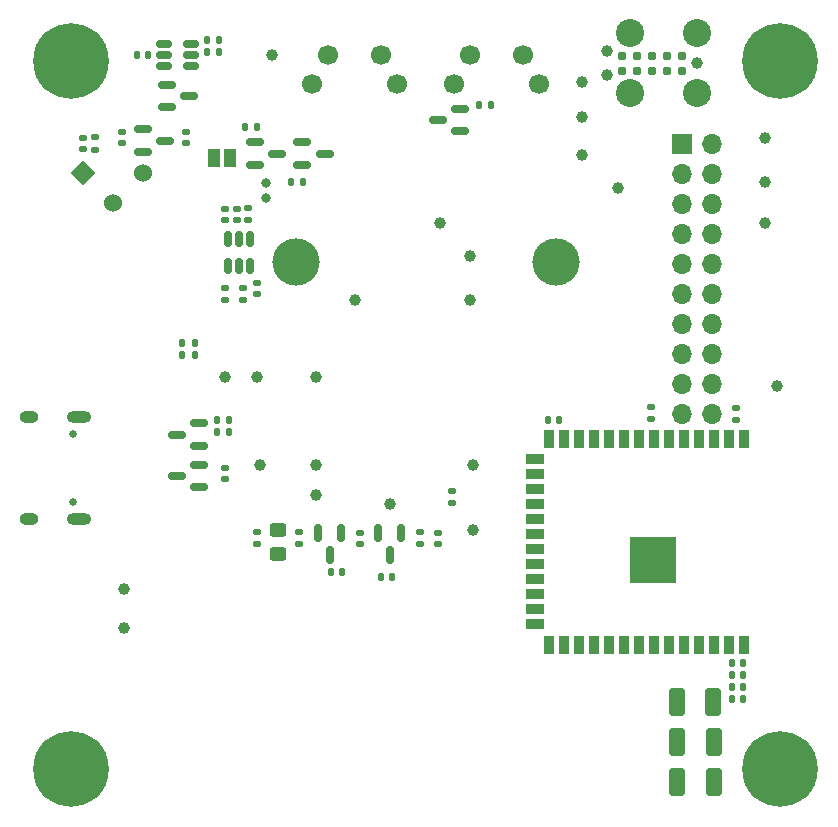
<source format=gbs>
%TF.GenerationSoftware,KiCad,Pcbnew,8.0.0*%
%TF.CreationDate,2024-03-17T03:11:13-07:00*%
%TF.ProjectId,ai-camera-rev3.2,61692d63-616d-4657-9261-2d726576332e,rev3.2*%
%TF.SameCoordinates,PX5a995c0PY2aea540*%
%TF.FileFunction,Soldermask,Bot*%
%TF.FilePolarity,Negative*%
%FSLAX46Y46*%
G04 Gerber Fmt 4.6, Leading zero omitted, Abs format (unit mm)*
G04 Created by KiCad (PCBNEW 8.0.0) date 2024-03-17 03:11:13*
%MOMM*%
%LPD*%
G01*
G04 APERTURE LIST*
G04 Aperture macros list*
%AMRoundRect*
0 Rectangle with rounded corners*
0 $1 Rounding radius*
0 $2 $3 $4 $5 $6 $7 $8 $9 X,Y pos of 4 corners*
0 Add a 4 corners polygon primitive as box body*
4,1,4,$2,$3,$4,$5,$6,$7,$8,$9,$2,$3,0*
0 Add four circle primitives for the rounded corners*
1,1,$1+$1,$2,$3*
1,1,$1+$1,$4,$5*
1,1,$1+$1,$6,$7*
1,1,$1+$1,$8,$9*
0 Add four rect primitives between the rounded corners*
20,1,$1+$1,$2,$3,$4,$5,0*
20,1,$1+$1,$4,$5,$6,$7,0*
20,1,$1+$1,$6,$7,$8,$9,0*
20,1,$1+$1,$8,$9,$2,$3,0*%
%AMRotRect*
0 Rectangle, with rotation*
0 The origin of the aperture is its center*
0 $1 length*
0 $2 width*
0 $3 Rotation angle, in degrees counterclockwise*
0 Add horizontal line*
21,1,$1,$2,0,0,$3*%
G04 Aperture macros list end*
%ADD10RoundRect,0.250000X0.412500X0.925000X-0.412500X0.925000X-0.412500X-0.925000X0.412500X-0.925000X0*%
%ADD11C,3.600000*%
%ADD12C,6.400000*%
%ADD13C,4.000000*%
%ADD14C,1.700000*%
%ADD15C,0.800000*%
%ADD16RotRect,1.524000X1.524000X45.000000*%
%ADD17C,1.524000*%
%ADD18R,1.700000X1.700000*%
%ADD19O,1.700000X1.700000*%
%ADD20C,0.650000*%
%ADD21O,2.100000X1.000000*%
%ADD22O,1.600000X1.000000*%
%ADD23RoundRect,0.150000X-0.587500X-0.150000X0.587500X-0.150000X0.587500X0.150000X-0.587500X0.150000X0*%
%ADD24C,1.000000*%
%ADD25RoundRect,0.135000X0.135000X0.185000X-0.135000X0.185000X-0.135000X-0.185000X0.135000X-0.185000X0*%
%ADD26RoundRect,0.140000X0.170000X-0.140000X0.170000X0.140000X-0.170000X0.140000X-0.170000X-0.140000X0*%
%ADD27R,0.900000X1.500000*%
%ADD28R,1.500000X0.900000*%
%ADD29C,0.500000*%
%ADD30R,3.900000X3.900000*%
%ADD31RoundRect,0.135000X-0.185000X0.135000X-0.185000X-0.135000X0.185000X-0.135000X0.185000X0.135000X0*%
%ADD32RoundRect,0.140000X-0.140000X-0.170000X0.140000X-0.170000X0.140000X0.170000X-0.140000X0.170000X0*%
%ADD33RoundRect,0.150000X0.587500X0.150000X-0.587500X0.150000X-0.587500X-0.150000X0.587500X-0.150000X0*%
%ADD34RoundRect,0.140000X-0.170000X0.140000X-0.170000X-0.140000X0.170000X-0.140000X0.170000X0.140000X0*%
%ADD35RoundRect,0.140000X0.140000X0.170000X-0.140000X0.170000X-0.140000X-0.170000X0.140000X-0.170000X0*%
%ADD36RoundRect,0.150000X-0.150000X0.587500X-0.150000X-0.587500X0.150000X-0.587500X0.150000X0.587500X0*%
%ADD37RoundRect,0.135000X-0.135000X-0.185000X0.135000X-0.185000X0.135000X0.185000X-0.135000X0.185000X0*%
%ADD38R,1.000000X1.500000*%
%ADD39RoundRect,0.150000X0.512500X0.150000X-0.512500X0.150000X-0.512500X-0.150000X0.512500X-0.150000X0*%
%ADD40RoundRect,0.135000X0.185000X-0.135000X0.185000X0.135000X-0.185000X0.135000X-0.185000X-0.135000X0*%
%ADD41RoundRect,0.150000X-0.150000X0.512500X-0.150000X-0.512500X0.150000X-0.512500X0.150000X0.512500X0*%
%ADD42RoundRect,0.250000X0.450000X-0.325000X0.450000X0.325000X-0.450000X0.325000X-0.450000X-0.325000X0*%
%ADD43C,2.374900*%
%ADD44C,0.990600*%
%ADD45C,0.787400*%
G04 APERTURE END LIST*
D10*
X59362500Y-59250000D03*
X56287500Y-59250000D03*
D11*
X5000000Y-65000000D03*
D12*
X5000000Y-65000000D03*
D11*
X5000000Y-5000000D03*
D12*
X5000000Y-5000000D03*
D13*
X24000000Y-22000000D03*
X46000000Y-22000000D03*
D14*
X44600000Y-7000000D03*
X37400000Y-7000000D03*
X43250000Y-4500000D03*
X38750000Y-4500000D03*
X32600000Y-7000000D03*
X25400000Y-7000000D03*
X31250000Y-4500000D03*
X26750000Y-4500000D03*
D15*
X21500000Y-16625000D03*
X21500000Y-15375000D03*
D16*
X5960000Y-14500000D03*
D17*
X8500000Y-17040000D03*
X11040000Y-14500000D03*
D11*
X65000000Y-5000000D03*
D12*
X65000000Y-5000000D03*
D18*
X56725000Y-12075000D03*
D19*
X59265000Y-12075000D03*
X56725000Y-14615000D03*
X59265000Y-14615000D03*
X56725000Y-17155000D03*
X59265000Y-17155000D03*
X56725000Y-19695000D03*
X59265000Y-19695000D03*
X56725000Y-22235000D03*
X59265000Y-22235000D03*
X56725000Y-24775000D03*
X59265000Y-24775000D03*
X56725000Y-27315000D03*
X59265000Y-27315000D03*
X56725000Y-29855000D03*
X59265000Y-29855000D03*
X56725000Y-32395000D03*
X59265000Y-32395000D03*
X56725000Y-34935000D03*
X59265000Y-34935000D03*
D20*
X5100000Y-36610000D03*
X5100000Y-42390000D03*
D21*
X5630000Y-35180000D03*
D22*
X1450000Y-35180000D03*
D21*
X5630000Y-43820000D03*
D22*
X1450000Y-43820000D03*
D11*
X65000000Y-65000000D03*
D12*
X65000000Y-65000000D03*
D23*
X20562500Y-13810000D03*
X20562500Y-11910000D03*
X22437500Y-12860000D03*
D10*
X59375000Y-62637500D03*
X56300000Y-62637500D03*
D24*
X25750000Y-31750000D03*
D25*
X15430000Y-28870000D03*
X14410000Y-28870000D03*
D24*
X9500000Y-53000000D03*
D26*
X61250000Y-35390000D03*
X61250000Y-34430000D03*
D27*
X61980000Y-54480000D03*
X60710000Y-54480000D03*
X59440000Y-54480000D03*
X58170000Y-54480000D03*
X56900000Y-54480000D03*
X55630000Y-54480000D03*
X54360000Y-54480000D03*
X53090000Y-54480000D03*
X51820000Y-54480000D03*
X50550000Y-54480000D03*
X49280000Y-54480000D03*
X48010000Y-54480000D03*
X46740000Y-54480000D03*
X45470000Y-54480000D03*
D28*
X44220000Y-52715000D03*
X44220000Y-51445000D03*
X44220000Y-50175000D03*
X44220000Y-48905000D03*
X44220000Y-47635000D03*
X44220000Y-46365000D03*
X44220000Y-45095000D03*
X44220000Y-43825000D03*
X44220000Y-42555000D03*
X44220000Y-41285000D03*
X44220000Y-40015000D03*
X44220000Y-38745000D03*
D27*
X45470000Y-36980000D03*
X46740000Y-36980000D03*
X48010000Y-36980000D03*
X49280000Y-36980000D03*
X50550000Y-36980000D03*
X51820000Y-36980000D03*
X53090000Y-36980000D03*
X54360000Y-36980000D03*
X55630000Y-36980000D03*
X56900000Y-36980000D03*
X58170000Y-36980000D03*
X59440000Y-36980000D03*
X60710000Y-36980000D03*
X61980000Y-36980000D03*
D29*
X54960000Y-48630000D03*
X53560000Y-48630000D03*
X55660000Y-47930000D03*
X54260000Y-47930000D03*
X52860000Y-47930000D03*
X54960000Y-47230000D03*
D30*
X54260000Y-47230000D03*
D29*
X53560000Y-47230000D03*
X55660000Y-46530000D03*
X54260000Y-46530000D03*
X52860000Y-46530000D03*
X54960000Y-45830000D03*
X53560000Y-45830000D03*
D24*
X25750000Y-39250000D03*
D26*
X18000000Y-18480000D03*
X18000000Y-17520000D03*
X19500000Y-25230000D03*
X19500000Y-24270000D03*
X37236400Y-42418000D03*
X37236400Y-41458000D03*
D24*
X39000000Y-39250000D03*
D31*
X20000000Y-17490000D03*
X20000000Y-18510000D03*
D24*
X51250000Y-15750000D03*
D26*
X14750000Y-11980000D03*
X14750000Y-11020000D03*
X18000000Y-25230000D03*
X18000000Y-24270000D03*
D32*
X60895000Y-56975000D03*
X61855000Y-56975000D03*
D33*
X15837500Y-39210000D03*
X15837500Y-41110000D03*
X13962500Y-40160000D03*
D26*
X6000000Y-12480000D03*
X6000000Y-11520000D03*
D34*
X29413200Y-44941900D03*
X29413200Y-45901900D03*
D25*
X40510000Y-8750000D03*
X39490000Y-8750000D03*
D35*
X11500000Y-4500000D03*
X10540000Y-4500000D03*
D10*
X59387500Y-66050000D03*
X56312500Y-66050000D03*
D24*
X22000000Y-4500000D03*
D36*
X30990200Y-44934900D03*
X32890200Y-44934900D03*
X31940200Y-46809900D03*
D24*
X48250000Y-6750000D03*
X63750000Y-11500000D03*
D35*
X46300000Y-35440000D03*
X45340000Y-35440000D03*
D26*
X20726400Y-45878800D03*
X20726400Y-44918800D03*
D25*
X17510000Y-3250000D03*
X16490000Y-3250000D03*
D37*
X19740000Y-10570000D03*
X20760000Y-10570000D03*
D26*
X20750000Y-24730000D03*
X20750000Y-23770000D03*
D23*
X11062500Y-12700000D03*
X11062500Y-10800000D03*
X12937500Y-11750000D03*
D32*
X60895000Y-55975000D03*
X61855000Y-55975000D03*
D24*
X9500000Y-49750000D03*
D38*
X17100000Y-13250000D03*
X18400000Y-13250000D03*
D23*
X13062500Y-8950000D03*
X13062500Y-7050000D03*
X14937500Y-8000000D03*
D39*
X15137500Y-3550000D03*
X15137500Y-4500000D03*
X15137500Y-5450000D03*
X12862500Y-5450000D03*
X12862500Y-4500000D03*
X12862500Y-3550000D03*
D25*
X17510000Y-4250000D03*
X16490000Y-4250000D03*
D24*
X64750000Y-32500000D03*
D34*
X24282400Y-44918800D03*
X24282400Y-45878800D03*
D24*
X36250000Y-18750000D03*
X18000000Y-31750000D03*
D37*
X17310000Y-36460000D03*
X18330000Y-36460000D03*
D40*
X7000000Y-12510000D03*
X7000000Y-11490000D03*
D25*
X18330000Y-35450000D03*
X17310000Y-35450000D03*
D32*
X60920000Y-59000000D03*
X61880000Y-59000000D03*
X31206200Y-48666400D03*
X32166200Y-48666400D03*
D24*
X63750000Y-15250000D03*
D34*
X9250000Y-11020000D03*
X9250000Y-11980000D03*
X54102000Y-34346000D03*
X54102000Y-35306000D03*
D32*
X60895000Y-58000000D03*
X61855000Y-58000000D03*
X26952000Y-48260000D03*
X27912000Y-48260000D03*
D24*
X38750000Y-21500000D03*
X29000000Y-25250000D03*
D26*
X19000000Y-18480000D03*
X19000000Y-17520000D03*
D41*
X18250000Y-20062500D03*
X19200000Y-20062500D03*
X20150000Y-20062500D03*
X20150000Y-22337500D03*
X19200000Y-22337500D03*
X18250000Y-22337500D03*
D33*
X37937500Y-9050000D03*
X37937500Y-10950000D03*
X36062500Y-10000000D03*
D42*
X22504400Y-46795800D03*
X22504400Y-44745800D03*
D24*
X63750000Y-18750000D03*
X25750000Y-41750000D03*
X20750000Y-31750000D03*
D34*
X34512200Y-44932900D03*
X34512200Y-45892900D03*
D24*
X48250000Y-9750000D03*
D25*
X24635000Y-15300000D03*
X23615000Y-15300000D03*
D24*
X39000000Y-44750000D03*
D34*
X18000000Y-39480000D03*
X18000000Y-40440000D03*
X36068000Y-44935200D03*
X36068000Y-45895200D03*
D36*
X25923200Y-44934900D03*
X27823200Y-44934900D03*
X26873200Y-46809900D03*
D23*
X24562500Y-13800000D03*
X24562500Y-11900000D03*
X26437500Y-12850000D03*
D24*
X48250000Y-13000000D03*
D43*
X58010000Y-2660000D03*
D44*
X58010000Y-5200000D03*
D43*
X58010000Y-7740000D03*
X52295000Y-2660000D03*
X52295000Y-7740000D03*
D44*
X50390000Y-4184000D03*
X50390000Y-6216000D03*
D45*
X56740000Y-5835000D03*
X55470000Y-5835000D03*
X54200000Y-5835000D03*
X52930000Y-5835000D03*
X51660000Y-5835000D03*
X51660000Y-4565000D03*
X52930000Y-4565000D03*
X54200000Y-4565000D03*
X55470000Y-4565000D03*
X56740000Y-4565000D03*
D24*
X21000000Y-39250000D03*
X38750000Y-25250000D03*
D37*
X14410000Y-29880000D03*
X15430000Y-29880000D03*
D24*
X32000000Y-42500000D03*
D33*
X15837500Y-35700000D03*
X15837500Y-37600000D03*
X13962500Y-36650000D03*
M02*

</source>
